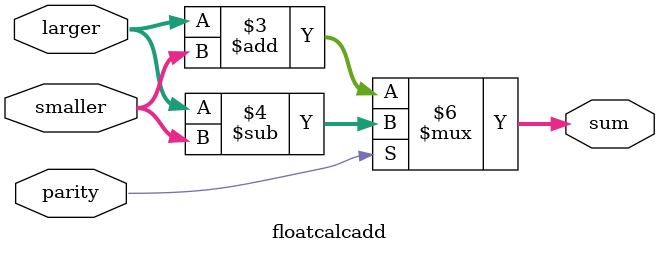
<source format=v>
`timescale 1ns / 1ps

module floatcalcadd(
input [23:0] larger, smaller,
input parity, //sign bits xor'd
output reg [24:0] sum //to handle in case of overflow
);

always @ (*)
    begin
        if (parity == 0)
            begin
            sum = larger + smaller;
            end
        else
            begin
            sum = larger - smaller;
            end    
    end
endmodule

</source>
